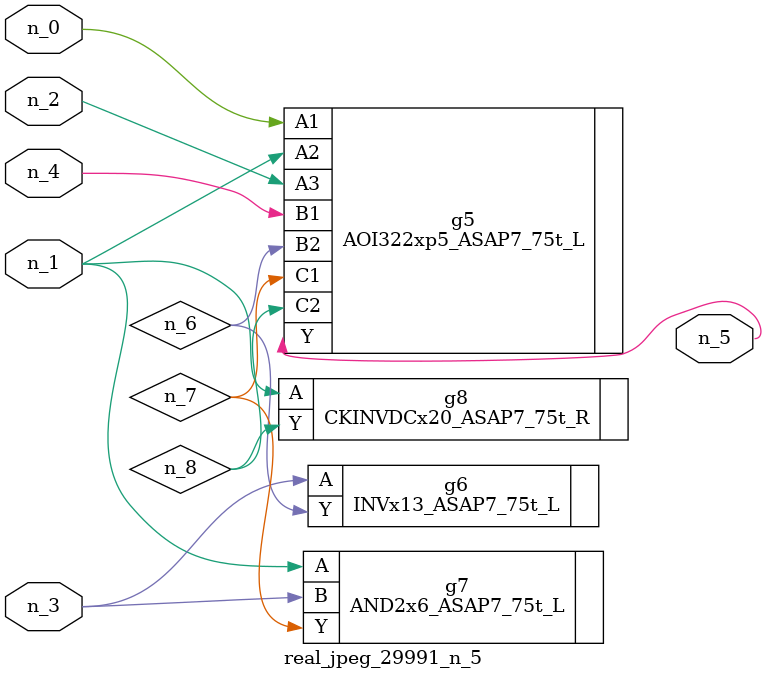
<source format=v>
module real_jpeg_29991_n_5 (n_4, n_0, n_1, n_2, n_3, n_5);

input n_4;
input n_0;
input n_1;
input n_2;
input n_3;

output n_5;

wire n_8;
wire n_6;
wire n_7;

AOI322xp5_ASAP7_75t_L g5 ( 
.A1(n_0),
.A2(n_1),
.A3(n_2),
.B1(n_4),
.B2(n_6),
.C1(n_7),
.C2(n_8),
.Y(n_5)
);

AND2x6_ASAP7_75t_L g7 ( 
.A(n_1),
.B(n_3),
.Y(n_7)
);

CKINVDCx20_ASAP7_75t_R g8 ( 
.A(n_1),
.Y(n_8)
);

INVx13_ASAP7_75t_L g6 ( 
.A(n_3),
.Y(n_6)
);


endmodule
</source>
